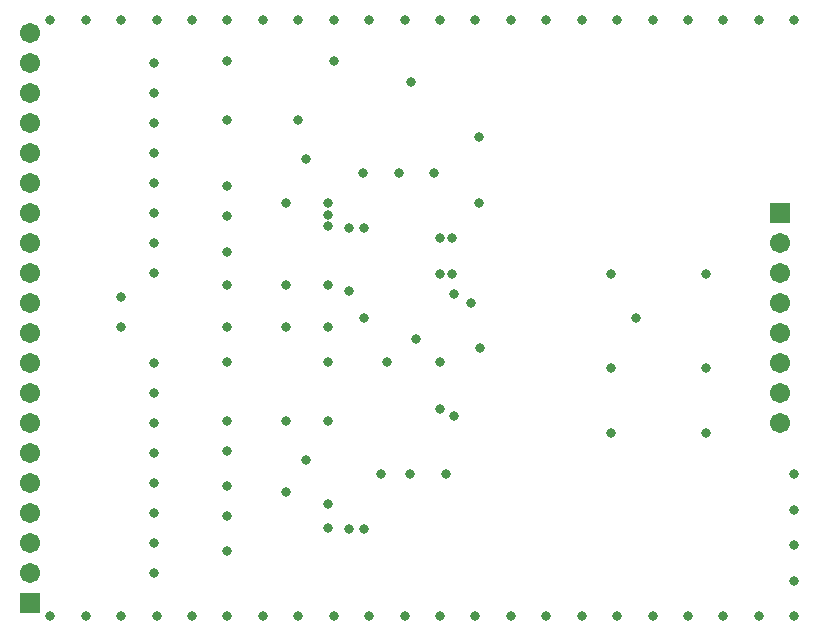
<source format=gbs>
G04*
G04 #@! TF.GenerationSoftware,Altium Limited,Altium Designer,25.2.1 (25)*
G04*
G04 Layer_Color=16711935*
%FSLAX44Y44*%
%MOMM*%
G71*
G04*
G04 #@! TF.SameCoordinates,855B9A58-CFE3-4230-A620-731D9DC95041*
G04*
G04*
G04 #@! TF.FilePolarity,Negative*
G04*
G01*
G75*
%ADD21C,1.7032*%
%ADD22R,1.7032X1.7032*%
%ADD23C,0.8032*%
D21*
X32500Y224400D02*
D03*
Y122800D02*
D03*
Y148200D02*
D03*
Y46600D02*
D03*
Y72000D02*
D03*
Y97400D02*
D03*
Y173600D02*
D03*
Y199000D02*
D03*
Y249800D02*
D03*
Y275200D02*
D03*
Y300600D02*
D03*
Y326000D02*
D03*
Y351400D02*
D03*
Y376800D02*
D03*
Y402200D02*
D03*
Y427600D02*
D03*
Y453000D02*
D03*
Y478400D02*
D03*
Y503800D02*
D03*
X667500Y249800D02*
D03*
Y224400D02*
D03*
Y326000D02*
D03*
Y300600D02*
D03*
Y275200D02*
D03*
Y199000D02*
D03*
Y173600D02*
D03*
D22*
X32500Y21200D02*
D03*
X667500Y351400D02*
D03*
D23*
X200000Y225000D02*
D03*
Y318000D02*
D03*
Y349000D02*
D03*
Y374000D02*
D03*
X355772Y462257D02*
D03*
X413000Y416000D02*
D03*
X546292Y262500D02*
D03*
X414000Y237000D02*
D03*
X406000Y275000D02*
D03*
X413000Y360000D02*
D03*
X525000Y165000D02*
D03*
X605000D02*
D03*
Y220000D02*
D03*
X525000D02*
D03*
Y300000D02*
D03*
X605000D02*
D03*
X385000Y130000D02*
D03*
X355000D02*
D03*
X330000D02*
D03*
X200000Y120000D02*
D03*
Y95000D02*
D03*
Y65000D02*
D03*
X380000Y225000D02*
D03*
X335000D02*
D03*
X375000Y385000D02*
D03*
X345000D02*
D03*
X315000D02*
D03*
X380000Y185000D02*
D03*
X360000Y245000D02*
D03*
X285000Y225000D02*
D03*
Y175000D02*
D03*
Y85000D02*
D03*
Y105000D02*
D03*
X250000Y115000D02*
D03*
Y175000D02*
D03*
X200000Y150000D02*
D03*
Y175000D02*
D03*
X110000Y255000D02*
D03*
Y280000D02*
D03*
X200000Y255000D02*
D03*
Y290000D02*
D03*
X250000Y255000D02*
D03*
Y290000D02*
D03*
X390000Y300000D02*
D03*
X380000D02*
D03*
X390000Y330000D02*
D03*
X380000D02*
D03*
X285000Y255000D02*
D03*
Y290000D02*
D03*
Y340000D02*
D03*
Y350000D02*
D03*
Y360000D02*
D03*
X250000D02*
D03*
X260000Y430000D02*
D03*
X290000Y480000D02*
D03*
X200000D02*
D03*
Y430000D02*
D03*
X50000Y515000D02*
D03*
X80000D02*
D03*
X110000D02*
D03*
X140000D02*
D03*
X170000D02*
D03*
X200000D02*
D03*
X230000D02*
D03*
X260000D02*
D03*
X290000D02*
D03*
X320000D02*
D03*
X350000D02*
D03*
X380000D02*
D03*
X410000D02*
D03*
X440000D02*
D03*
X470000D02*
D03*
X500000D02*
D03*
X530000D02*
D03*
X560000D02*
D03*
X590000D02*
D03*
X620000D02*
D03*
X650000D02*
D03*
X680000D02*
D03*
X680000Y130000D02*
D03*
Y100000D02*
D03*
Y70000D02*
D03*
Y40000D02*
D03*
Y10000D02*
D03*
X650000D02*
D03*
X620000D02*
D03*
X590000D02*
D03*
X560000D02*
D03*
X530000D02*
D03*
X500000D02*
D03*
X470000D02*
D03*
X440000D02*
D03*
X410000D02*
D03*
X380000D02*
D03*
X350000D02*
D03*
X320000D02*
D03*
X290000D02*
D03*
X260000D02*
D03*
X230000D02*
D03*
X200000D02*
D03*
X170000D02*
D03*
X140000D02*
D03*
X110000D02*
D03*
X80000D02*
D03*
X50000D02*
D03*
X303000Y285000D02*
D03*
X266143Y397160D02*
D03*
Y142160D02*
D03*
X391450Y282550D02*
D03*
Y179265D02*
D03*
X137600Y46600D02*
D03*
Y72000D02*
D03*
Y97400D02*
D03*
Y122800D02*
D03*
Y148200D02*
D03*
Y173600D02*
D03*
Y199000D02*
D03*
Y224400D02*
D03*
Y300600D02*
D03*
Y326000D02*
D03*
Y351400D02*
D03*
Y376800D02*
D03*
Y402200D02*
D03*
Y427600D02*
D03*
Y453000D02*
D03*
Y478400D02*
D03*
X315250Y262500D02*
D03*
Y338735D02*
D03*
X302550D02*
D03*
X315250Y83550D02*
D03*
X302550D02*
D03*
M02*

</source>
